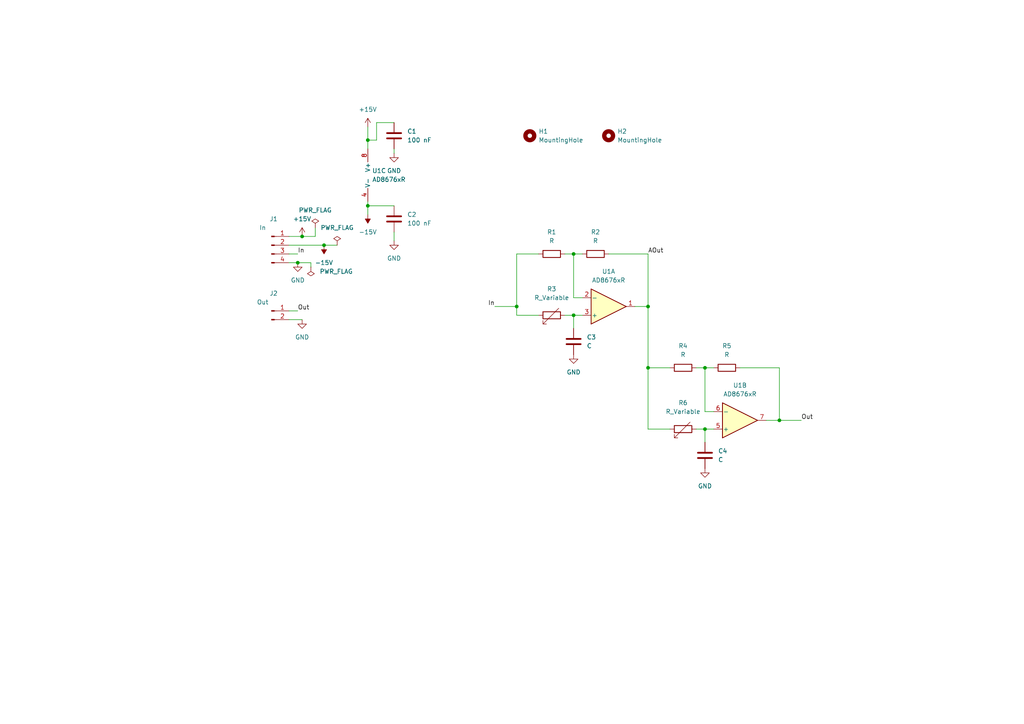
<source format=kicad_sch>
(kicad_sch (version 20211123) (generator eeschema)
  (paper "A4")
  (lib_symbols
    (symbol "Amplifier_Operational:AD8676xR" (pin_names (offset 0.127))
      (property "Reference" "U" (at 2.54 6.35 0))
      (property "Value" "AD8676xR" (at 2.54 3.81 0))
      (symbol "AD8676xR_1_1"
        (polyline (pts (xy 5.08 0) (xy -5.08 5.08) (xy -5.08 -5.08) (xy 5.08 0)) (stroke (width 0.254)) (fill (type background)))
        (pin output line (at 7.62 0 180) (length 2.54) (name "~") (number "1"))
        (pin input line (at -7.62 -2.54 0) (length 2.54) (name "-") (number "2"))
        (pin input line (at -7.62 2.54 0) (length 2.54) (name "+") (number "3"))
      )
      (symbol "AD8676xR_2_1"
        (polyline (pts (xy 5.08 0) (xy -5.08 5.08) (xy -5.08 -5.08) (xy 5.08 0)) (stroke (width 0.254)) (fill (type background)))
        (pin input line (at -7.62 2.54 0) (length 2.54) (name "+") (number "5"))
        (pin input line (at -7.62 -2.54 0) (length 2.54) (name "-") (number "6"))
        (pin output line (at 7.62 0 180) (length 2.54) (name "~") (number "7"))
      )
      (symbol "AD8676xR_3_1"
        (pin power_in line (at 0 -7.62 90) (length 3.81) (name "V-") (number "4"))
        (pin power_in line (at 0 7.62 270) (length 3.81) (name "V+") (number "8"))
      )
    )
    (symbol "Connector:Conn_01x02_Male" (pin_names (offset 1.016) hide)
      (property "Reference" "J" (at 0 2.54 0))
      (property "Value" "Conn_01x02_Male" (at 0 -5.08 0))
      (symbol "Conn_01x02_Male_1_1"
        (polyline (pts (xy 1.27 -2.54) (xy 0.8636 -2.54)) (stroke (width 0.1524)))
        (polyline (pts (xy 1.27 0) (xy 0.8636 0)) (stroke (width 0.1524)))
        (rectangle (start 0.8636 -2.413) (end 0 -2.667) (stroke (width 0.1524)) (fill (type outline)))
        (rectangle (start 0.8636 0.127) (end 0 -0.127) (stroke (width 0.1524)) (fill (type outline)))
        (pin passive line (at 5.08 0 180) (length 3.81) (name "Pin_1") (number "1"))
        (pin passive line (at 5.08 -2.54 180) (length 3.81) (name "Pin_2") (number "2"))
      )
    )
    (symbol "Connector:Conn_01x04_Male" (pin_names (offset 1.016) hide)
      (property "Reference" "J" (at 0 5.08 0))
      (property "Value" "Conn_01x04_Male" (at 0 -7.62 0))
      (symbol "Conn_01x04_Male_1_1"
        (polyline (pts (xy 1.27 -5.08) (xy 0.8636 -5.08)) (stroke (width 0.1524)))
        (polyline (pts (xy 1.27 -2.54) (xy 0.8636 -2.54)) (stroke (width 0.1524)))
        (polyline (pts (xy 1.27 0) (xy 0.8636 0)) (stroke (width 0.1524)))
        (polyline (pts (xy 1.27 2.54) (xy 0.8636 2.54)) (stroke (width 0.1524)))
        (rectangle (start 0.8636 -4.953) (end 0 -5.207) (stroke (width 0.1524)) (fill (type outline)))
        (rectangle (start 0.8636 -2.413) (end 0 -2.667) (stroke (width 0.1524)) (fill (type outline)))
        (rectangle (start 0.8636 0.127) (end 0 -0.127) (stroke (width 0.1524)) (fill (type outline)))
        (rectangle (start 0.8636 2.667) (end 0 2.413) (stroke (width 0.1524)) (fill (type outline)))
        (pin passive line (at 5.08 2.54 180) (length 3.81) (name "Pin_1") (number "1"))
        (pin passive line (at 5.08 0 180) (length 3.81) (name "Pin_2") (number "2"))
        (pin passive line (at 5.08 -2.54 180) (length 3.81) (name "Pin_3") (number "3"))
        (pin passive line (at 5.08 -5.08 180) (length 3.81) (name "Pin_4") (number "4"))
      )
    )
    (symbol "Device:C" (pin_numbers hide) (pin_names (offset 0.254))
      (property "Reference" "C" (at 0.635 2.54 0))
      (property "Value" "C" (at 0.635 -2.54 0))
      (symbol "C_0_1"
        (polyline (pts (xy -2.032 -0.762) (xy 2.032 -0.762)) (stroke (width 0.508)))
        (polyline (pts (xy -2.032 0.762) (xy 2.032 0.762)) (stroke (width 0.508)))
      )
      (symbol "C_1_1"
        (pin passive line (at 0 3.81 270) (length 2.794) (name "~") (number "1"))
        (pin passive line (at 0 -3.81 90) (length 2.794) (name "~") (number "2"))
      )
    )
    (symbol "Device:R" (pin_numbers hide) (pin_names (offset 0))
      (property "Reference" "R" (at 2.032 0 90))
      (property "Value" "R" (at 0 0 90))
      (symbol "R_0_1"
        (rectangle (start -1.016 -2.54) (end 1.016 2.54) (stroke (width 0.254)))
      )
      (symbol "R_1_1"
        (pin passive line (at 0 3.81 270) (length 1.27) (name "~") (number "1"))
        (pin passive line (at 0 -3.81 90) (length 1.27) (name "~") (number "2"))
      )
    )
    (symbol "Device:R_Variable" (pin_numbers hide) (pin_names (offset 0))
      (property "Reference" "R" (at 2.54 -2.54 90))
      (property "Value" "R_Variable" (at -2.54 -1.27 90))
      (symbol "R_Variable_0_1"
        (rectangle (start -1.016 -2.54) (end 1.016 2.54) (stroke (width 0.254)))
        (polyline (pts (xy 2.54 1.524) (xy 2.54 2.54) (xy 1.524 2.54) (xy 2.54 2.54) (xy -2.032 -2.032)))
      )
      (symbol "R_Variable_1_1"
        (pin passive line (at 0 3.81 270) (length 1.27) (name "~") (number "1"))
        (pin passive line (at 0 -3.81 90) (length 1.27) (name "~") (number "2"))
      )
    )
    (symbol "Mechanical:MountingHole" (pin_names (offset 1.016))
      (property "Reference" "H" (at 0 5.08 0))
      (property "Value" "MountingHole" (at 0 3.175 0))
      (symbol "MountingHole_0_1"
        (circle (center 0 0) (radius 1.27) (stroke (width 1.27)))
      )
    )
    (symbol "power:+15V" (power) (pin_names (offset 0))
      (property "Value" "+15V" (at 0 3.556 0))
      (symbol "+15V_0_1"
        (polyline (pts (xy -0.762 1.27) (xy 0 2.54)))
        (polyline (pts (xy 0 0) (xy 0 2.54)))
        (polyline (pts (xy 0 2.54) (xy 0.762 1.27)))
      )
      (symbol "+15V_1_1"
        (pin power_in line (at 0 0 90) (length 0) hide (name "+15V") (number "1"))
      )
    )
    (symbol "power:-15V" (power) (pin_names (offset 0))
      (property "Value" "-15V" (at 0 3.81 0))
      (symbol "-15V_0_0"
        (pin power_in line (at 0 0 90) (length 0) hide (name "-15V") (number "1"))
      )
      (symbol "-15V_0_1"
        (polyline (pts (xy 0 0) (xy 0 1.27) (xy 0.762 1.27) (xy 0 2.54) (xy -0.762 1.27) (xy 0 1.27)) (fill (type outline)))
      )
    )
    (symbol "power:GND" (power) (pin_names (offset 0))
      (property "Value" "GND" (at 0 -3.81 0))
      (symbol "GND_0_1"
        (polyline (pts (xy 0 0) (xy 0 -1.27) (xy 1.27 -1.27) (xy 0 -2.54) (xy -1.27 -1.27) (xy 0 -1.27)))
      )
      (symbol "GND_1_1"
        (pin power_in line (at 0 0 270) (length 0) hide (name "GND") (number "1"))
      )
    )
    (symbol "power:PWR_FLAG" (power) (pin_numbers hide) (pin_names (offset 0) hide)
      (property "Value" "PWR_FLAG" (at 0 3.81 0))
      (symbol "PWR_FLAG_0_0"
        (pin power_out line (at 0 0 90) (length 0) (name "pwr") (number "1"))
      )
      (symbol "PWR_FLAG_0_1"
        (polyline (pts (xy 0 0) (xy 0 1.27) (xy -1.016 1.905) (xy 0 2.54) (xy 1.016 1.905) (xy 0 1.27)))
      )
    )
  )
  (junction (at 187.96 106.68))
  (junction (at 166.37 73.66))
  (junction (at 86.36 76.2))
  (junction (at 149.86 88.9))
  (junction (at 204.47 106.68))
  (junction (at 226.06 121.92))
  (junction (at 93.98 71.12))
  (junction (at 187.96 88.9))
  (junction (at 166.37 91.44))
  (junction (at 106.68 40.64))
  (junction (at 106.68 59.69))
  (junction (at 204.47 124.46))
  (junction (at 87.63 68.58))
  (wire (pts (xy 156.21 73.66) (xy 149.86 73.66)))
  (wire (pts (xy 204.47 119.38) (xy 207.01 119.38)))
  (wire (pts (xy 166.37 86.36) (xy 168.91 86.36)))
  (wire (pts (xy 226.06 121.92) (xy 232.41 121.92)))
  (wire (pts (xy 149.86 73.66) (xy 149.86 88.9)))
  (wire (pts (xy 226.06 106.68) (xy 214.63 106.68)))
  (wire (pts (xy 149.86 91.44) (xy 149.86 88.9)))
  (wire (pts (xy 222.25 121.92) (xy 226.06 121.92)))
  (wire (pts (xy 156.21 91.44) (xy 149.86 91.44)))
  (wire (pts (xy 106.68 59.69) (xy 106.68 62.23)))
  (wire (pts (xy 194.31 106.68) (xy 187.96 106.68)))
  (wire (pts (xy 83.82 90.17) (xy 86.36 90.17)))
  (wire (pts (xy 109.22 40.64) (xy 106.68 40.64)))
  (wire (pts (xy 109.22 35.56) (xy 109.22 40.64)))
  (wire (pts (xy 83.82 71.12) (xy 93.98 71.12)))
  (wire (pts (xy 201.93 124.46) (xy 204.47 124.46)))
  (wire (pts (xy 187.96 73.66) (xy 176.53 73.66)))
  (wire (pts (xy 106.68 59.69) (xy 114.3 59.69)))
  (wire (pts (xy 91.44 68.58) (xy 87.63 68.58)))
  (wire (pts (xy 201.93 106.68) (xy 204.47 106.68)))
  (wire (pts (xy 204.47 106.68) (xy 207.01 106.68)))
  (wire (pts (xy 166.37 91.44) (xy 168.91 91.44)))
  (wire (pts (xy 226.06 121.92) (xy 226.06 106.68)))
  (wire (pts (xy 114.3 43.18) (xy 114.3 44.45)))
  (wire (pts (xy 93.98 71.12) (xy 97.79 71.12)))
  (wire (pts (xy 143.51 88.9) (xy 149.86 88.9)))
  (wire (pts (xy 106.68 36.83) (xy 106.68 40.64)))
  (wire (pts (xy 204.47 106.68) (xy 204.47 119.38)))
  (wire (pts (xy 114.3 67.31) (xy 114.3 69.85)))
  (wire (pts (xy 90.17 76.2) (xy 90.17 77.47)))
  (wire (pts (xy 194.31 124.46) (xy 187.96 124.46)))
  (wire (pts (xy 166.37 91.44) (xy 166.37 95.25)))
  (wire (pts (xy 106.68 40.64) (xy 106.68 43.18)))
  (wire (pts (xy 187.96 88.9) (xy 187.96 73.66)))
  (wire (pts (xy 204.47 124.46) (xy 207.01 124.46)))
  (wire (pts (xy 163.83 73.66) (xy 166.37 73.66)))
  (wire (pts (xy 114.3 35.56) (xy 109.22 35.56)))
  (wire (pts (xy 166.37 73.66) (xy 168.91 73.66)))
  (wire (pts (xy 187.96 88.9) (xy 187.96 106.68)))
  (wire (pts (xy 86.36 76.2) (xy 90.17 76.2)))
  (wire (pts (xy 91.44 66.04) (xy 91.44 68.58)))
  (wire (pts (xy 83.82 68.58) (xy 87.63 68.58)))
  (wire (pts (xy 83.82 73.66) (xy 86.36 73.66)))
  (wire (pts (xy 163.83 91.44) (xy 166.37 91.44)))
  (wire (pts (xy 83.82 76.2) (xy 86.36 76.2)))
  (wire (pts (xy 106.68 58.42) (xy 106.68 59.69)))
  (wire (pts (xy 204.47 124.46) (xy 204.47 128.27)))
  (wire (pts (xy 184.15 88.9) (xy 187.96 88.9)))
  (wire (pts (xy 83.82 92.71) (xy 87.63 92.71)))
  (wire (pts (xy 166.37 73.66) (xy 166.37 86.36)))
  (wire (pts (xy 187.96 106.68) (xy 187.96 124.46)))
  (label "Out" (at 86.36 90.17 0))
  (label "Out" (at 232.41 121.92 0))
  (label "In" (at 86.36 73.66 0))
  (label "AOut" (at 187.96 73.66 0))
  (label "In" (at 143.51 88.9 180))
  (symbol (lib_id "power:+15V") (at 106.68 36.83 0) (unit 1)
    (property "Reference" "#PWR01" (effects hide))
    (property "Value" "+15V" (at 106.68 31.75 0))
  )
  (symbol (lib_id "Connector:Conn_01x04_Male") (at 78.74 71.12 0) (unit 1)
    (property "Reference" "J1" (at 79.375 63.5 0))
    (property "Value" "In" (at 76.2 66.04 0))
    (property "Footprint" "Connector_Molex:Molex_KK-254_AE-6410-04A_1x04_P2.54mm_Vertical" (effects hide))
  )
  (symbol (lib_id "Device:C") (at 166.37 99.06 180) (unit 1)
    (property "Reference" "C3" (at 170.18 97.7899 0) (effects (justify right)))
    (property "Value" "C" (at 170.18 100.3299 0) (effects (justify right)))
    (property "Footprint" "Capacitor_SMD:C_1206_3216Metric" (effects hide))
  )
  (symbol (lib_id "Device:R") (at 172.72 73.66 90) (unit 1)
    (property "Reference" "R2" (at 172.72 67.31 90))
    (property "Value" "R" (at 172.72 69.85 90))
    (property "Footprint" "Resistor_SMD:R_1206_3216Metric" (effects hide))
  )
  (symbol (lib_id "Device:R_Variable") (at 198.12 124.46 90) (mirror x) (unit 1)
    (property "Reference" "R6" (at 198.12 116.84 90))
    (property "Value" "R_Variable" (at 198.12 119.38 90))
    (property "Footprint" "Connector_Molex:Molex_KK-254_AE-6410-02A_1x02_P2.54mm_Vertical" (effects hide))
  )
  (symbol (lib_id "power:-15V") (at 106.68 62.23 180) (unit 1)
    (property "Reference" "#PWR03" (effects hide))
    (property "Value" "-15V" (at 106.68 67.31 0))
  )
  (symbol (lib_id "power:GND") (at 114.3 44.45 0) (unit 1)
    (property "Reference" "#PWR02" (effects hide))
    (property "Value" "GND" (at 114.3 49.53 0))
  )
  (symbol (lib_id "Device:R_Variable") (at 160.02 91.44 90) (mirror x) (unit 1)
    (property "Reference" "R3" (at 160.02 83.82 90))
    (property "Value" "R_Variable" (at 160.02 86.36 90))
    (property "Footprint" "Connector_Molex:Molex_KK-254_AE-6410-02A_1x02_P2.54mm_Vertical" (effects hide))
  )
  (symbol (lib_id "power:PWR_FLAG") (at 97.79 71.12 0) (unit 1)
    (property "Reference" "#FLG02" (effects hide))
    (property "Value" "PWR_FLAG" (at 97.79 66.04 0))
  )
  (symbol (lib_id "power:GND") (at 87.63 92.71 0) (unit 1)
    (property "Reference" "#PWR08" (effects hide))
    (property "Value" "GND" (at 87.63 97.79 0))
  )
  (symbol (lib_id "power:GND") (at 166.37 102.87 0) (unit 1)
    (property "Reference" "#PWR09" (effects hide))
    (property "Value" "GND" (at 166.37 107.95 0))
  )
  (symbol (lib_id "Device:C") (at 114.3 63.5 0) (unit 1)
    (property "Reference" "C2" (at 118.11 62.2299 0) (effects (justify left)))
    (property "Value" "100 nF" (at 118.11 64.7699 0) (effects (justify left)))
    (property "Footprint" "Capacitor_SMD:C_1206_3216Metric" (effects hide))
  )
  (symbol (lib_id "Device:C") (at 204.47 132.08 180) (unit 1)
    (property "Reference" "C4" (at 208.28 130.8099 0) (effects (justify right)))
    (property "Value" "C" (at 208.28 133.3499 0) (effects (justify right)))
    (property "Footprint" "Capacitor_SMD:C_1206_3216Metric" (effects hide))
  )
  (symbol (lib_id "power:GND") (at 86.36 76.2 0) (unit 1)
    (property "Reference" "#PWR07" (effects hide))
    (property "Value" "GND" (at 86.36 81.28 0))
  )
  (symbol (lib_id "Mechanical:MountingHole") (at 153.67 39.37 0) (unit 1)
    (property "Reference" "H1" (at 156.21 38.0999 0) (effects (justify left)))
    (property "Value" "MountingHole" (at 156.21 40.6399 0) (effects (justify left)))
    (property "Footprint" "MountingHole:MountingHole_3.2mm_M3" (effects hide))
  )
  (symbol (lib_id "Device:R") (at 198.12 106.68 90) (unit 1)
    (property "Reference" "R4" (at 198.12 100.33 90))
    (property "Value" "R" (at 198.12 102.87 90))
    (property "Footprint" "Resistor_SMD:R_1206_3216Metric" (effects hide))
  )
  (symbol (lib_id "Device:R") (at 160.02 73.66 90) (unit 1)
    (property "Reference" "R1" (at 160.02 67.31 90))
    (property "Value" "R" (at 160.02 69.85 90))
    (property "Footprint" "Resistor_SMD:R_1206_3216Metric" (effects hide))
  )
  (symbol (lib_id "power:PWR_FLAG") (at 90.17 77.47 180) (unit 1)
    (property "Reference" "#FLG03" (effects hide))
    (property "Value" "PWR_FLAG" (at 92.71 78.7399 0) (effects (justify right)))
  )
  (symbol (lib_id "Amplifier_Operational:AD8676xR") (at 214.63 121.92 0) (mirror x) (unit 2)
    (property "Reference" "U1" (at 214.63 111.76 0))
    (property "Value" "AD8676xR" (at 214.63 114.3 0))
    (property "Footprint" "Package_SO:SOIC-8_3.9x4.9mm_P1.27mm" (effects hide))
    (property "Datasheet" "https://www.analog.com/media/en/technical-documentation/data-sheets/AD8676.pdf" (effects hide))
  )
  (symbol (lib_id "power:PWR_FLAG") (at 91.44 66.04 0) (unit 1)
    (property "Reference" "#FLG01" (effects hide))
    (property "Value" "PWR_FLAG" (at 91.44 60.96 0))
  )
  (symbol (lib_id "power:GND") (at 114.3 69.85 0) (unit 1)
    (property "Reference" "#PWR05" (effects hide))
    (property "Value" "GND" (at 114.3 74.93 0))
  )
  (symbol (lib_id "power:GND") (at 204.47 135.89 0) (unit 1)
    (property "Reference" "#PWR010" (effects hide))
    (property "Value" "GND" (at 204.47 140.97 0))
  )
  (symbol (lib_id "power:-15V") (at 93.98 71.12 180) (unit 1)
    (property "Reference" "#PWR06" (effects hide))
    (property "Value" "-15V" (at 93.98 76.2 0))
  )
  (symbol (lib_id "Mechanical:MountingHole") (at 176.53 39.37 0) (unit 1)
    (property "Reference" "H2" (at 179.07 38.0999 0) (effects (justify left)))
    (property "Value" "MountingHole" (at 179.07 40.6399 0) (effects (justify left)))
    (property "Footprint" "MountingHole:MountingHole_3.2mm_M3" (effects hide))
  )
  (symbol (lib_id "Device:R") (at 210.82 106.68 90) (unit 1)
    (property "Reference" "R5" (at 210.82 100.33 90))
    (property "Value" "R" (at 210.82 102.87 90))
    (property "Footprint" "Resistor_SMD:R_1206_3216Metric" (effects hide))
  )
  (symbol (lib_id "power:+15V") (at 87.63 68.58 0) (unit 1)
    (property "Reference" "#PWR04" (effects hide))
    (property "Value" "+15V" (at 87.63 63.5 0))
  )
  (symbol (lib_id "Amplifier_Operational:AD8676xR") (at 176.53 88.9 0) (mirror x) (unit 1)
    (property "Reference" "U1" (at 176.53 78.74 0))
    (property "Value" "AD8676xR" (at 176.53 81.28 0))
    (property "Footprint" "Package_SO:SOIC-8_3.9x4.9mm_P1.27mm" (effects hide))
    (property "Datasheet" "https://www.analog.com/media/en/technical-documentation/data-sheets/AD8676.pdf" (effects hide))
  )
  (symbol (lib_id "Connector:Conn_01x02_Male") (at 78.74 90.17 0) (unit 1)
    (property "Reference" "J2" (at 79.375 85.09 0))
    (property "Value" "Out" (at 76.2 87.63 0))
    (property "Footprint" "Connector_Molex:Molex_KK-254_AE-6410-02A_1x02_P2.54mm_Vertical" (effects hide))
  )
  (symbol (lib_id "Device:C") (at 114.3 39.37 0) (unit 1)
    (property "Reference" "C1" (at 118.11 38.0999 0) (effects (justify left)))
    (property "Value" "100 nF" (at 118.11 40.6399 0) (effects (justify left)))
    (property "Footprint" "Capacitor_SMD:C_1206_3216Metric" (effects hide))
  )
  (symbol (lib_id "Amplifier_Operational:AD8676xR") (at 106.68 50.8 0) (unit 3)
    (property "Reference" "U1" (at 107.95 49.5299 0) (effects (justify left)))
    (property "Value" "AD8676xR" (at 107.95 52.0699 0) (effects (justify left)))
    (property "Footprint" "Package_SO:SOIC-8_3.9x4.9mm_P1.27mm" (effects hide))
    (property "Datasheet" "https://www.analog.com/media/en/technical-documentation/data-sheets/AD8676.pdf" (effects hide))
  )
)
</source>
